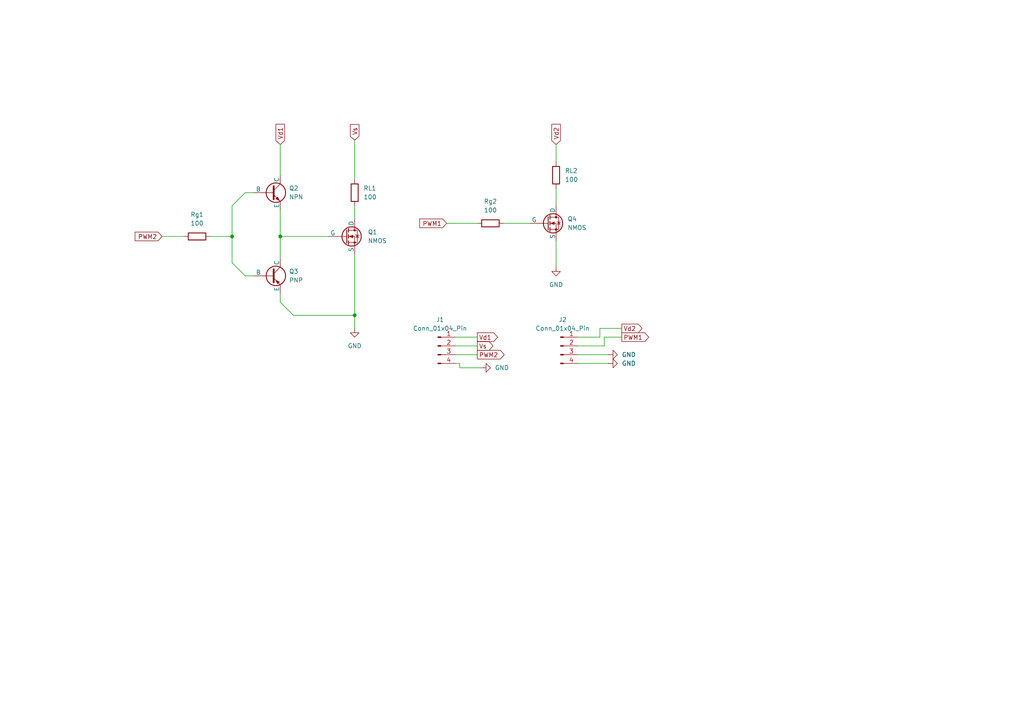
<source format=kicad_sch>
(kicad_sch
	(version 20250114)
	(generator "eeschema")
	(generator_version "9.0")
	(uuid "cd6cc265-b15c-4f30-84d1-fdbca4a9c063")
	(paper "A4")
	(lib_symbols
		(symbol "Connector:Conn_01x04_Pin"
			(pin_names
				(offset 1.016)
				(hide yes)
			)
			(exclude_from_sim no)
			(in_bom yes)
			(on_board yes)
			(property "Reference" "J"
				(at 0 5.08 0)
				(effects
					(font
						(size 1.27 1.27)
					)
				)
			)
			(property "Value" "Conn_01x04_Pin"
				(at 0 -7.62 0)
				(effects
					(font
						(size 1.27 1.27)
					)
				)
			)
			(property "Footprint" ""
				(at 0 0 0)
				(effects
					(font
						(size 1.27 1.27)
					)
					(hide yes)
				)
			)
			(property "Datasheet" "~"
				(at 0 0 0)
				(effects
					(font
						(size 1.27 1.27)
					)
					(hide yes)
				)
			)
			(property "Description" "Generic connector, single row, 01x04, script generated"
				(at 0 0 0)
				(effects
					(font
						(size 1.27 1.27)
					)
					(hide yes)
				)
			)
			(property "ki_locked" ""
				(at 0 0 0)
				(effects
					(font
						(size 1.27 1.27)
					)
				)
			)
			(property "ki_keywords" "connector"
				(at 0 0 0)
				(effects
					(font
						(size 1.27 1.27)
					)
					(hide yes)
				)
			)
			(property "ki_fp_filters" "Connector*:*_1x??_*"
				(at 0 0 0)
				(effects
					(font
						(size 1.27 1.27)
					)
					(hide yes)
				)
			)
			(symbol "Conn_01x04_Pin_1_1"
				(rectangle
					(start 0.8636 2.667)
					(end 0 2.413)
					(stroke
						(width 0.1524)
						(type default)
					)
					(fill
						(type outline)
					)
				)
				(rectangle
					(start 0.8636 0.127)
					(end 0 -0.127)
					(stroke
						(width 0.1524)
						(type default)
					)
					(fill
						(type outline)
					)
				)
				(rectangle
					(start 0.8636 -2.413)
					(end 0 -2.667)
					(stroke
						(width 0.1524)
						(type default)
					)
					(fill
						(type outline)
					)
				)
				(rectangle
					(start 0.8636 -4.953)
					(end 0 -5.207)
					(stroke
						(width 0.1524)
						(type default)
					)
					(fill
						(type outline)
					)
				)
				(polyline
					(pts
						(xy 1.27 2.54) (xy 0.8636 2.54)
					)
					(stroke
						(width 0.1524)
						(type default)
					)
					(fill
						(type none)
					)
				)
				(polyline
					(pts
						(xy 1.27 0) (xy 0.8636 0)
					)
					(stroke
						(width 0.1524)
						(type default)
					)
					(fill
						(type none)
					)
				)
				(polyline
					(pts
						(xy 1.27 -2.54) (xy 0.8636 -2.54)
					)
					(stroke
						(width 0.1524)
						(type default)
					)
					(fill
						(type none)
					)
				)
				(polyline
					(pts
						(xy 1.27 -5.08) (xy 0.8636 -5.08)
					)
					(stroke
						(width 0.1524)
						(type default)
					)
					(fill
						(type none)
					)
				)
				(pin passive line
					(at 5.08 2.54 180)
					(length 3.81)
					(name "Pin_1"
						(effects
							(font
								(size 1.27 1.27)
							)
						)
					)
					(number "1"
						(effects
							(font
								(size 1.27 1.27)
							)
						)
					)
				)
				(pin passive line
					(at 5.08 0 180)
					(length 3.81)
					(name "Pin_2"
						(effects
							(font
								(size 1.27 1.27)
							)
						)
					)
					(number "2"
						(effects
							(font
								(size 1.27 1.27)
							)
						)
					)
				)
				(pin passive line
					(at 5.08 -2.54 180)
					(length 3.81)
					(name "Pin_3"
						(effects
							(font
								(size 1.27 1.27)
							)
						)
					)
					(number "3"
						(effects
							(font
								(size 1.27 1.27)
							)
						)
					)
				)
				(pin passive line
					(at 5.08 -5.08 180)
					(length 3.81)
					(name "Pin_4"
						(effects
							(font
								(size 1.27 1.27)
							)
						)
					)
					(number "4"
						(effects
							(font
								(size 1.27 1.27)
							)
						)
					)
				)
			)
			(embedded_fonts no)
		)
		(symbol "Device:R"
			(pin_numbers
				(hide yes)
			)
			(pin_names
				(offset 0)
			)
			(exclude_from_sim no)
			(in_bom yes)
			(on_board yes)
			(property "Reference" "R"
				(at 2.032 0 90)
				(effects
					(font
						(size 1.27 1.27)
					)
				)
			)
			(property "Value" "R"
				(at 0 0 90)
				(effects
					(font
						(size 1.27 1.27)
					)
				)
			)
			(property "Footprint" ""
				(at -1.778 0 90)
				(effects
					(font
						(size 1.27 1.27)
					)
					(hide yes)
				)
			)
			(property "Datasheet" "~"
				(at 0 0 0)
				(effects
					(font
						(size 1.27 1.27)
					)
					(hide yes)
				)
			)
			(property "Description" "Resistor"
				(at 0 0 0)
				(effects
					(font
						(size 1.27 1.27)
					)
					(hide yes)
				)
			)
			(property "ki_keywords" "R res resistor"
				(at 0 0 0)
				(effects
					(font
						(size 1.27 1.27)
					)
					(hide yes)
				)
			)
			(property "ki_fp_filters" "R_*"
				(at 0 0 0)
				(effects
					(font
						(size 1.27 1.27)
					)
					(hide yes)
				)
			)
			(symbol "R_0_1"
				(rectangle
					(start -1.016 -2.54)
					(end 1.016 2.54)
					(stroke
						(width 0.254)
						(type default)
					)
					(fill
						(type none)
					)
				)
			)
			(symbol "R_1_1"
				(pin passive line
					(at 0 3.81 270)
					(length 1.27)
					(name "~"
						(effects
							(font
								(size 1.27 1.27)
							)
						)
					)
					(number "1"
						(effects
							(font
								(size 1.27 1.27)
							)
						)
					)
				)
				(pin passive line
					(at 0 -3.81 90)
					(length 1.27)
					(name "~"
						(effects
							(font
								(size 1.27 1.27)
							)
						)
					)
					(number "2"
						(effects
							(font
								(size 1.27 1.27)
							)
						)
					)
				)
			)
			(embedded_fonts no)
		)
		(symbol "Simulation_SPICE:NMOS"
			(pin_numbers
				(hide yes)
			)
			(pin_names
				(offset 0)
			)
			(exclude_from_sim no)
			(in_bom yes)
			(on_board yes)
			(property "Reference" "Q"
				(at 5.08 1.27 0)
				(effects
					(font
						(size 1.27 1.27)
					)
					(justify left)
				)
			)
			(property "Value" "NMOS"
				(at 5.08 -1.27 0)
				(effects
					(font
						(size 1.27 1.27)
					)
					(justify left)
				)
			)
			(property "Footprint" ""
				(at 5.08 2.54 0)
				(effects
					(font
						(size 1.27 1.27)
					)
					(hide yes)
				)
			)
			(property "Datasheet" "https://ngspice.sourceforge.io/docs/ngspice-html-manual/manual.xhtml#cha_MOSFETs"
				(at 0 -12.7 0)
				(effects
					(font
						(size 1.27 1.27)
					)
					(hide yes)
				)
			)
			(property "Description" "N-MOSFET transistor, drain/source/gate"
				(at 0 0 0)
				(effects
					(font
						(size 1.27 1.27)
					)
					(hide yes)
				)
			)
			(property "Sim.Device" "NMOS"
				(at 0 -17.145 0)
				(effects
					(font
						(size 1.27 1.27)
					)
					(hide yes)
				)
			)
			(property "Sim.Type" "VDMOS"
				(at 0 -19.05 0)
				(effects
					(font
						(size 1.27 1.27)
					)
					(hide yes)
				)
			)
			(property "Sim.Pins" "1=D 2=G 3=S"
				(at 0 -15.24 0)
				(effects
					(font
						(size 1.27 1.27)
					)
					(hide yes)
				)
			)
			(property "ki_keywords" "transistor NMOS N-MOS N-MOSFET simulation"
				(at 0 0 0)
				(effects
					(font
						(size 1.27 1.27)
					)
					(hide yes)
				)
			)
			(symbol "NMOS_0_1"
				(polyline
					(pts
						(xy 0.254 1.905) (xy 0.254 -1.905)
					)
					(stroke
						(width 0.254)
						(type default)
					)
					(fill
						(type none)
					)
				)
				(polyline
					(pts
						(xy 0.254 0) (xy -2.54 0)
					)
					(stroke
						(width 0)
						(type default)
					)
					(fill
						(type none)
					)
				)
				(polyline
					(pts
						(xy 0.762 2.286) (xy 0.762 1.27)
					)
					(stroke
						(width 0.254)
						(type default)
					)
					(fill
						(type none)
					)
				)
				(polyline
					(pts
						(xy 0.762 0.508) (xy 0.762 -0.508)
					)
					(stroke
						(width 0.254)
						(type default)
					)
					(fill
						(type none)
					)
				)
				(polyline
					(pts
						(xy 0.762 -1.27) (xy 0.762 -2.286)
					)
					(stroke
						(width 0.254)
						(type default)
					)
					(fill
						(type none)
					)
				)
				(polyline
					(pts
						(xy 0.762 -1.778) (xy 3.302 -1.778) (xy 3.302 1.778) (xy 0.762 1.778)
					)
					(stroke
						(width 0)
						(type default)
					)
					(fill
						(type none)
					)
				)
				(polyline
					(pts
						(xy 1.016 0) (xy 2.032 0.381) (xy 2.032 -0.381) (xy 1.016 0)
					)
					(stroke
						(width 0)
						(type default)
					)
					(fill
						(type outline)
					)
				)
				(circle
					(center 1.651 0)
					(radius 2.794)
					(stroke
						(width 0.254)
						(type default)
					)
					(fill
						(type none)
					)
				)
				(polyline
					(pts
						(xy 2.54 2.54) (xy 2.54 1.778)
					)
					(stroke
						(width 0)
						(type default)
					)
					(fill
						(type none)
					)
				)
				(circle
					(center 2.54 1.778)
					(radius 0.254)
					(stroke
						(width 0)
						(type default)
					)
					(fill
						(type outline)
					)
				)
				(circle
					(center 2.54 -1.778)
					(radius 0.254)
					(stroke
						(width 0)
						(type default)
					)
					(fill
						(type outline)
					)
				)
				(polyline
					(pts
						(xy 2.54 -2.54) (xy 2.54 0) (xy 0.762 0)
					)
					(stroke
						(width 0)
						(type default)
					)
					(fill
						(type none)
					)
				)
				(polyline
					(pts
						(xy 2.794 0.508) (xy 2.921 0.381) (xy 3.683 0.381) (xy 3.81 0.254)
					)
					(stroke
						(width 0)
						(type default)
					)
					(fill
						(type none)
					)
				)
				(polyline
					(pts
						(xy 3.302 0.381) (xy 2.921 -0.254) (xy 3.683 -0.254) (xy 3.302 0.381)
					)
					(stroke
						(width 0)
						(type default)
					)
					(fill
						(type none)
					)
				)
			)
			(symbol "NMOS_1_1"
				(pin input line
					(at -5.08 0 0)
					(length 2.54)
					(name "G"
						(effects
							(font
								(size 1.27 1.27)
							)
						)
					)
					(number "2"
						(effects
							(font
								(size 1.27 1.27)
							)
						)
					)
				)
				(pin passive line
					(at 2.54 5.08 270)
					(length 2.54)
					(name "D"
						(effects
							(font
								(size 1.27 1.27)
							)
						)
					)
					(number "1"
						(effects
							(font
								(size 1.27 1.27)
							)
						)
					)
				)
				(pin passive line
					(at 2.54 -5.08 90)
					(length 2.54)
					(name "S"
						(effects
							(font
								(size 1.27 1.27)
							)
						)
					)
					(number "3"
						(effects
							(font
								(size 1.27 1.27)
							)
						)
					)
				)
			)
			(embedded_fonts no)
		)
		(symbol "Simulation_SPICE:NPN"
			(pin_numbers
				(hide yes)
			)
			(pin_names
				(offset 0)
			)
			(exclude_from_sim no)
			(in_bom yes)
			(on_board yes)
			(property "Reference" "Q"
				(at -2.54 7.62 0)
				(effects
					(font
						(size 1.27 1.27)
					)
				)
			)
			(property "Value" "NPN"
				(at -2.54 5.08 0)
				(effects
					(font
						(size 1.27 1.27)
					)
				)
			)
			(property "Footprint" ""
				(at 63.5 0 0)
				(effects
					(font
						(size 1.27 1.27)
					)
					(hide yes)
				)
			)
			(property "Datasheet" "https://ngspice.sourceforge.io/docs/ngspice-html-manual/manual.xhtml#cha_BJTs"
				(at 63.5 0 0)
				(effects
					(font
						(size 1.27 1.27)
					)
					(hide yes)
				)
			)
			(property "Description" "Bipolar transistor symbol for simulation only, substrate tied to the emitter"
				(at 0 0 0)
				(effects
					(font
						(size 1.27 1.27)
					)
					(hide yes)
				)
			)
			(property "Sim.Device" "NPN"
				(at 0 0 0)
				(effects
					(font
						(size 1.27 1.27)
					)
					(hide yes)
				)
			)
			(property "Sim.Type" "GUMMELPOON"
				(at 0 0 0)
				(effects
					(font
						(size 1.27 1.27)
					)
					(hide yes)
				)
			)
			(property "Sim.Pins" "1=C 2=B 3=E"
				(at 0 0 0)
				(effects
					(font
						(size 1.27 1.27)
					)
					(hide yes)
				)
			)
			(property "ki_keywords" "simulation"
				(at 0 0 0)
				(effects
					(font
						(size 1.27 1.27)
					)
					(hide yes)
				)
			)
			(symbol "NPN_0_1"
				(polyline
					(pts
						(xy -2.54 0) (xy 0.635 0)
					)
					(stroke
						(width 0.1524)
						(type default)
					)
					(fill
						(type none)
					)
				)
				(polyline
					(pts
						(xy 0.635 1.905) (xy 0.635 -1.905) (xy 0.635 -1.905)
					)
					(stroke
						(width 0.508)
						(type default)
					)
					(fill
						(type none)
					)
				)
				(polyline
					(pts
						(xy 0.635 0.635) (xy 2.54 2.54)
					)
					(stroke
						(width 0)
						(type default)
					)
					(fill
						(type none)
					)
				)
				(polyline
					(pts
						(xy 0.635 -0.635) (xy 2.54 -2.54) (xy 2.54 -2.54)
					)
					(stroke
						(width 0)
						(type default)
					)
					(fill
						(type none)
					)
				)
				(circle
					(center 1.27 0)
					(radius 2.8194)
					(stroke
						(width 0.254)
						(type default)
					)
					(fill
						(type none)
					)
				)
				(polyline
					(pts
						(xy 1.27 -1.778) (xy 1.778 -1.27) (xy 2.286 -2.286) (xy 1.27 -1.778) (xy 1.27 -1.778)
					)
					(stroke
						(width 0)
						(type default)
					)
					(fill
						(type outline)
					)
				)
				(polyline
					(pts
						(xy 2.794 -1.27) (xy 2.794 -1.27)
					)
					(stroke
						(width 0.1524)
						(type default)
					)
					(fill
						(type none)
					)
				)
				(polyline
					(pts
						(xy 2.794 -1.27) (xy 2.794 -1.27)
					)
					(stroke
						(width 0.1524)
						(type default)
					)
					(fill
						(type none)
					)
				)
			)
			(symbol "NPN_1_1"
				(pin input line
					(at -5.08 0 0)
					(length 2.54)
					(name "B"
						(effects
							(font
								(size 1.27 1.27)
							)
						)
					)
					(number "2"
						(effects
							(font
								(size 1.27 1.27)
							)
						)
					)
				)
				(pin open_collector line
					(at 2.54 5.08 270)
					(length 2.54)
					(name "C"
						(effects
							(font
								(size 1.27 1.27)
							)
						)
					)
					(number "1"
						(effects
							(font
								(size 1.27 1.27)
							)
						)
					)
				)
				(pin open_emitter line
					(at 2.54 -5.08 90)
					(length 2.54)
					(name "E"
						(effects
							(font
								(size 1.27 1.27)
							)
						)
					)
					(number "3"
						(effects
							(font
								(size 1.27 1.27)
							)
						)
					)
				)
			)
			(embedded_fonts no)
		)
		(symbol "Simulation_SPICE:PNP"
			(pin_numbers
				(hide yes)
			)
			(pin_names
				(offset 0)
			)
			(exclude_from_sim no)
			(in_bom yes)
			(on_board yes)
			(property "Reference" "Q"
				(at -2.54 7.62 0)
				(effects
					(font
						(size 1.27 1.27)
					)
				)
			)
			(property "Value" "PNP"
				(at -2.54 5.08 0)
				(effects
					(font
						(size 1.27 1.27)
					)
				)
			)
			(property "Footprint" ""
				(at 35.56 0 0)
				(effects
					(font
						(size 1.27 1.27)
					)
					(hide yes)
				)
			)
			(property "Datasheet" "https://ngspice.sourceforge.io/docs/ngspice-html-manual/manual.xhtml#cha_BJTs"
				(at 35.56 0 0)
				(effects
					(font
						(size 1.27 1.27)
					)
					(hide yes)
				)
			)
			(property "Description" "Bipolar transistor symbol for simulation only, substrate tied to the emitter"
				(at 0 0 0)
				(effects
					(font
						(size 1.27 1.27)
					)
					(hide yes)
				)
			)
			(property "Sim.Device" "PNP"
				(at 0 0 0)
				(effects
					(font
						(size 1.27 1.27)
					)
					(hide yes)
				)
			)
			(property "Sim.Type" "GUMMELPOON"
				(at 0 0 0)
				(effects
					(font
						(size 1.27 1.27)
					)
					(hide yes)
				)
			)
			(property "Sim.Pins" "1=C 2=B 3=E"
				(at 0 0 0)
				(effects
					(font
						(size 1.27 1.27)
					)
					(hide yes)
				)
			)
			(property "ki_keywords" "simulation"
				(at 0 0 0)
				(effects
					(font
						(size 1.27 1.27)
					)
					(hide yes)
				)
			)
			(symbol "PNP_0_1"
				(polyline
					(pts
						(xy -2.54 0) (xy 0.635 0)
					)
					(stroke
						(width 0.1524)
						(type default)
					)
					(fill
						(type none)
					)
				)
				(polyline
					(pts
						(xy 0.635 1.905) (xy 0.635 -1.905) (xy 0.635 -1.905)
					)
					(stroke
						(width 0.508)
						(type default)
					)
					(fill
						(type none)
					)
				)
				(polyline
					(pts
						(xy 0.635 0.635) (xy 2.54 2.54)
					)
					(stroke
						(width 0)
						(type default)
					)
					(fill
						(type none)
					)
				)
				(polyline
					(pts
						(xy 0.635 -0.635) (xy 2.54 -2.54) (xy 2.54 -2.54)
					)
					(stroke
						(width 0)
						(type default)
					)
					(fill
						(type none)
					)
				)
				(circle
					(center 1.27 0)
					(radius 2.8194)
					(stroke
						(width 0.254)
						(type default)
					)
					(fill
						(type none)
					)
				)
				(polyline
					(pts
						(xy 2.286 -1.778) (xy 1.778 -2.286) (xy 1.27 -1.27) (xy 2.286 -1.778) (xy 2.286 -1.778)
					)
					(stroke
						(width 0)
						(type default)
					)
					(fill
						(type outline)
					)
				)
			)
			(symbol "PNP_1_1"
				(pin input line
					(at -5.08 0 0)
					(length 2.54)
					(name "B"
						(effects
							(font
								(size 1.27 1.27)
							)
						)
					)
					(number "2"
						(effects
							(font
								(size 1.27 1.27)
							)
						)
					)
				)
				(pin open_collector line
					(at 2.54 5.08 270)
					(length 2.54)
					(name "C"
						(effects
							(font
								(size 1.27 1.27)
							)
						)
					)
					(number "1"
						(effects
							(font
								(size 1.27 1.27)
							)
						)
					)
				)
				(pin open_emitter line
					(at 2.54 -5.08 90)
					(length 2.54)
					(name "E"
						(effects
							(font
								(size 1.27 1.27)
							)
						)
					)
					(number "3"
						(effects
							(font
								(size 1.27 1.27)
							)
						)
					)
				)
			)
			(embedded_fonts no)
		)
		(symbol "power:GND"
			(power)
			(pin_numbers
				(hide yes)
			)
			(pin_names
				(offset 0)
				(hide yes)
			)
			(exclude_from_sim no)
			(in_bom yes)
			(on_board yes)
			(property "Reference" "#PWR"
				(at 0 -6.35 0)
				(effects
					(font
						(size 1.27 1.27)
					)
					(hide yes)
				)
			)
			(property "Value" "GND"
				(at 0 -3.81 0)
				(effects
					(font
						(size 1.27 1.27)
					)
				)
			)
			(property "Footprint" ""
				(at 0 0 0)
				(effects
					(font
						(size 1.27 1.27)
					)
					(hide yes)
				)
			)
			(property "Datasheet" ""
				(at 0 0 0)
				(effects
					(font
						(size 1.27 1.27)
					)
					(hide yes)
				)
			)
			(property "Description" "Power symbol creates a global label with name \"GND\" , ground"
				(at 0 0 0)
				(effects
					(font
						(size 1.27 1.27)
					)
					(hide yes)
				)
			)
			(property "ki_keywords" "global power"
				(at 0 0 0)
				(effects
					(font
						(size 1.27 1.27)
					)
					(hide yes)
				)
			)
			(symbol "GND_0_1"
				(polyline
					(pts
						(xy 0 0) (xy 0 -1.27) (xy 1.27 -1.27) (xy 0 -2.54) (xy -1.27 -1.27) (xy 0 -1.27)
					)
					(stroke
						(width 0)
						(type default)
					)
					(fill
						(type none)
					)
				)
			)
			(symbol "GND_1_1"
				(pin power_in line
					(at 0 0 270)
					(length 0)
					(name "~"
						(effects
							(font
								(size 1.27 1.27)
							)
						)
					)
					(number "1"
						(effects
							(font
								(size 1.27 1.27)
							)
						)
					)
				)
			)
			(embedded_fonts no)
		)
	)
	(junction
		(at 81.28 68.58)
		(diameter 0)
		(color 0 0 0 0)
		(uuid "4b86c2e4-7140-4dcd-b7b1-6864a571d663")
	)
	(junction
		(at 102.87 91.44)
		(diameter 0)
		(color 0 0 0 0)
		(uuid "bd56f6d6-39dc-4cf0-922e-8258adfb87ef")
	)
	(junction
		(at 67.31 68.58)
		(diameter 0)
		(color 0 0 0 0)
		(uuid "f8a9b00d-3fba-4814-b1b0-01b3099578fc")
	)
	(wire
		(pts
			(xy 46.99 68.58) (xy 53.34 68.58)
		)
		(stroke
			(width 0)
			(type default)
		)
		(uuid "05f760df-37f4-4c80-96d0-8c35b8598c23")
	)
	(wire
		(pts
			(xy 81.28 41.91) (xy 81.28 50.8)
		)
		(stroke
			(width 0)
			(type default)
		)
		(uuid "0b8cb8df-e73e-4dfa-989d-500b9ed61ae9")
	)
	(wire
		(pts
			(xy 71.12 55.88) (xy 67.31 59.69)
		)
		(stroke
			(width 0)
			(type default)
		)
		(uuid "0e481ce9-3916-40b4-b0d8-07abcded2e1e")
	)
	(wire
		(pts
			(xy 176.53 105.41) (xy 167.64 105.41)
		)
		(stroke
			(width 0)
			(type default)
		)
		(uuid "1109c154-7608-4cf6-909d-716b94afcf8a")
	)
	(wire
		(pts
			(xy 161.29 41.91) (xy 161.29 46.99)
		)
		(stroke
			(width 0)
			(type default)
		)
		(uuid "1cfd0e74-7320-42ab-944a-bce9301b3e6c")
	)
	(wire
		(pts
			(xy 60.96 68.58) (xy 67.31 68.58)
		)
		(stroke
			(width 0)
			(type default)
		)
		(uuid "1dbf17d5-98b0-4fbc-9467-a6b856fa0087")
	)
	(wire
		(pts
			(xy 138.43 97.79) (xy 132.08 97.79)
		)
		(stroke
			(width 0)
			(type default)
		)
		(uuid "1e2f3882-e757-48f7-9805-8da554199738")
	)
	(wire
		(pts
			(xy 139.7 106.68) (xy 133.35 106.68)
		)
		(stroke
			(width 0)
			(type default)
		)
		(uuid "2b25471d-0a79-4281-a96e-78e6d07478f6")
	)
	(wire
		(pts
			(xy 73.66 55.88) (xy 71.12 55.88)
		)
		(stroke
			(width 0)
			(type default)
		)
		(uuid "2ea003ba-fff4-4819-b7f0-49610db45434")
	)
	(wire
		(pts
			(xy 161.29 54.61) (xy 161.29 59.69)
		)
		(stroke
			(width 0)
			(type default)
		)
		(uuid "3426927f-f306-4e9d-9b0e-6237fbaf6923")
	)
	(wire
		(pts
			(xy 81.28 87.63) (xy 85.09 91.44)
		)
		(stroke
			(width 0)
			(type default)
		)
		(uuid "374b6e10-6d39-4382-9ac1-7069a6a4ad60")
	)
	(wire
		(pts
			(xy 173.99 97.79) (xy 167.64 97.79)
		)
		(stroke
			(width 0)
			(type default)
		)
		(uuid "3d0b0576-bbde-4818-a750-5794903be9aa")
	)
	(wire
		(pts
			(xy 180.34 95.25) (xy 173.99 95.25)
		)
		(stroke
			(width 0)
			(type default)
		)
		(uuid "41a69e74-5340-4b49-b7b2-eb6e2ec6b09e")
	)
	(wire
		(pts
			(xy 81.28 85.09) (xy 81.28 87.63)
		)
		(stroke
			(width 0)
			(type default)
		)
		(uuid "45b05f48-aab1-4fa8-894d-a9aa7bd6c5ea")
	)
	(wire
		(pts
			(xy 173.99 95.25) (xy 173.99 97.79)
		)
		(stroke
			(width 0)
			(type default)
		)
		(uuid "5b088d67-32bf-49b6-9843-65ac170b4e8b")
	)
	(wire
		(pts
			(xy 146.05 64.77) (xy 153.67 64.77)
		)
		(stroke
			(width 0)
			(type default)
		)
		(uuid "6513d823-652e-461e-8370-9d302beb436c")
	)
	(wire
		(pts
			(xy 102.87 40.64) (xy 102.87 52.07)
		)
		(stroke
			(width 0)
			(type default)
		)
		(uuid "68918357-93c2-43a7-9460-d73bca4fafee")
	)
	(wire
		(pts
			(xy 85.09 91.44) (xy 102.87 91.44)
		)
		(stroke
			(width 0)
			(type default)
		)
		(uuid "699ee646-977e-437e-a3fa-86ec7e04c9f7")
	)
	(wire
		(pts
			(xy 71.12 80.01) (xy 73.66 80.01)
		)
		(stroke
			(width 0)
			(type default)
		)
		(uuid "703d766b-5d33-42ad-aac2-9b24d1becc5c")
	)
	(wire
		(pts
			(xy 175.26 100.33) (xy 167.64 100.33)
		)
		(stroke
			(width 0)
			(type default)
		)
		(uuid "787dd409-87fd-4ec3-b3f6-5042ced0a1dc")
	)
	(wire
		(pts
			(xy 67.31 76.2) (xy 71.12 80.01)
		)
		(stroke
			(width 0)
			(type default)
		)
		(uuid "7a5023a7-bae6-4dbc-b11b-66057fb8df59")
	)
	(wire
		(pts
			(xy 129.54 64.77) (xy 138.43 64.77)
		)
		(stroke
			(width 0)
			(type default)
		)
		(uuid "7a5804bf-189f-4cd3-8435-682e7a1786d5")
	)
	(wire
		(pts
			(xy 180.34 97.79) (xy 175.26 97.79)
		)
		(stroke
			(width 0)
			(type default)
		)
		(uuid "7b6dcfb7-79c1-474e-a51b-db60df243b55")
	)
	(wire
		(pts
			(xy 138.43 100.33) (xy 132.08 100.33)
		)
		(stroke
			(width 0)
			(type default)
		)
		(uuid "7f70cd3d-e6f2-48a3-986f-16f6327e146d")
	)
	(wire
		(pts
			(xy 176.53 102.87) (xy 167.64 102.87)
		)
		(stroke
			(width 0)
			(type default)
		)
		(uuid "81270345-3315-4bbe-b5f4-686e52b6d64c")
	)
	(wire
		(pts
			(xy 81.28 68.58) (xy 81.28 74.93)
		)
		(stroke
			(width 0)
			(type default)
		)
		(uuid "83500ba5-d573-4c6c-8458-d5dde8e7923f")
	)
	(wire
		(pts
			(xy 102.87 91.44) (xy 102.87 95.25)
		)
		(stroke
			(width 0)
			(type default)
		)
		(uuid "97d10ff2-418e-44f4-8627-511dca0defae")
	)
	(wire
		(pts
			(xy 161.29 69.85) (xy 161.29 77.47)
		)
		(stroke
			(width 0)
			(type default)
		)
		(uuid "a12740d0-fd54-43b4-a1b1-f33b54513da7")
	)
	(wire
		(pts
			(xy 175.26 97.79) (xy 175.26 100.33)
		)
		(stroke
			(width 0)
			(type default)
		)
		(uuid "a24e6f07-37a4-4df3-9617-683db4488b1f")
	)
	(wire
		(pts
			(xy 133.35 105.41) (xy 132.08 105.41)
		)
		(stroke
			(width 0)
			(type default)
		)
		(uuid "a8a4d6bc-8085-4722-8f28-c01ac2eb4eaa")
	)
	(wire
		(pts
			(xy 102.87 73.66) (xy 102.87 91.44)
		)
		(stroke
			(width 0)
			(type default)
		)
		(uuid "ab4c43b3-2d59-4bae-8241-8fa231c8bcff")
	)
	(wire
		(pts
			(xy 102.87 59.69) (xy 102.87 63.5)
		)
		(stroke
			(width 0)
			(type default)
		)
		(uuid "be6f53b2-4384-4c0a-8693-350eade71dce")
	)
	(wire
		(pts
			(xy 67.31 68.58) (xy 67.31 76.2)
		)
		(stroke
			(width 0)
			(type default)
		)
		(uuid "c574c0e9-d617-46cd-b0a0-87c666f93076")
	)
	(wire
		(pts
			(xy 81.28 60.96) (xy 81.28 68.58)
		)
		(stroke
			(width 0)
			(type default)
		)
		(uuid "d7981062-9e5f-4428-b9aa-6af68b97b1a2")
	)
	(wire
		(pts
			(xy 67.31 59.69) (xy 67.31 68.58)
		)
		(stroke
			(width 0)
			(type default)
		)
		(uuid "de705ddf-52af-45ca-a063-bb3248778d2a")
	)
	(wire
		(pts
			(xy 133.35 106.68) (xy 133.35 105.41)
		)
		(stroke
			(width 0)
			(type default)
		)
		(uuid "e76b9349-924d-420f-bbe3-d484b660e4e0")
	)
	(wire
		(pts
			(xy 81.28 68.58) (xy 95.25 68.58)
		)
		(stroke
			(width 0)
			(type default)
		)
		(uuid "ea2f34df-d07b-4cad-b1db-e0046410c853")
	)
	(wire
		(pts
			(xy 138.43 102.87) (xy 132.08 102.87)
		)
		(stroke
			(width 0)
			(type default)
		)
		(uuid "f855d7a2-d05b-446f-b94a-44faed754924")
	)
	(global_label "PWM2"
		(shape output)
		(at 138.43 102.87 0)
		(fields_autoplaced yes)
		(effects
			(font
				(size 1.27 1.27)
			)
			(justify left)
		)
		(uuid "1d2b9a66-7cdc-43ee-a0a7-41ed8b23589b")
		(property "Intersheetrefs" "${INTERSHEET_REFS}"
			(at 146.7975 102.87 0)
			(effects
				(font
					(size 1.27 1.27)
				)
				(justify left)
				(hide yes)
			)
		)
	)
	(global_label "Vd1"
		(shape input)
		(at 81.28 41.91 90)
		(fields_autoplaced yes)
		(effects
			(font
				(size 1.27 1.27)
			)
			(justify left)
		)
		(uuid "320b6f97-1129-49a2-be5e-d73d0725e3d3")
		(property "Intersheetrefs" "${INTERSHEET_REFS}"
			(at 81.28 35.4777 90)
			(effects
				(font
					(size 1.27 1.27)
				)
				(justify left)
				(hide yes)
			)
		)
	)
	(global_label "Vd2"
		(shape output)
		(at 180.34 95.25 0)
		(fields_autoplaced yes)
		(effects
			(font
				(size 1.27 1.27)
			)
			(justify left)
		)
		(uuid "4865f835-d868-4c21-ab55-534a5f5c15e5")
		(property "Intersheetrefs" "${INTERSHEET_REFS}"
			(at 186.7723 95.25 0)
			(effects
				(font
					(size 1.27 1.27)
				)
				(justify left)
				(hide yes)
			)
		)
	)
	(global_label "Vd1"
		(shape output)
		(at 138.43 97.79 0)
		(fields_autoplaced yes)
		(effects
			(font
				(size 1.27 1.27)
			)
			(justify left)
		)
		(uuid "4c3e89e4-0f3e-4a21-8ce6-05cc2a562f15")
		(property "Intersheetrefs" "${INTERSHEET_REFS}"
			(at 144.8623 97.79 0)
			(effects
				(font
					(size 1.27 1.27)
				)
				(justify left)
				(hide yes)
			)
		)
	)
	(global_label "PWM1"
		(shape output)
		(at 180.34 97.79 0)
		(fields_autoplaced yes)
		(effects
			(font
				(size 1.27 1.27)
			)
			(justify left)
		)
		(uuid "656a0c3d-54eb-41d3-943a-ad557887696a")
		(property "Intersheetrefs" "${INTERSHEET_REFS}"
			(at 188.7075 97.79 0)
			(effects
				(font
					(size 1.27 1.27)
				)
				(justify left)
				(hide yes)
			)
		)
	)
	(global_label "Vd2"
		(shape input)
		(at 161.29 41.91 90)
		(fields_autoplaced yes)
		(effects
			(font
				(size 1.27 1.27)
			)
			(justify left)
		)
		(uuid "81d07267-5b6f-4372-a5c5-1c3f9dd8f562")
		(property "Intersheetrefs" "${INTERSHEET_REFS}"
			(at 161.29 35.4777 90)
			(effects
				(font
					(size 1.27 1.27)
				)
				(justify left)
				(hide yes)
			)
		)
	)
	(global_label "PWM2"
		(shape input)
		(at 46.99 68.58 180)
		(fields_autoplaced yes)
		(effects
			(font
				(size 1.27 1.27)
			)
			(justify right)
		)
		(uuid "82db6bb6-126f-4809-824f-34bd7d186a4b")
		(property "Intersheetrefs" "${INTERSHEET_REFS}"
			(at 38.6225 68.58 0)
			(effects
				(font
					(size 1.27 1.27)
				)
				(justify right)
				(hide yes)
			)
		)
	)
	(global_label "Vs"
		(shape output)
		(at 138.43 100.33 0)
		(fields_autoplaced yes)
		(effects
			(font
				(size 1.27 1.27)
			)
			(justify left)
		)
		(uuid "8e128869-a918-43ba-a75a-3b3276b16374")
		(property "Intersheetrefs" "${INTERSHEET_REFS}"
			(at 143.5319 100.33 0)
			(effects
				(font
					(size 1.27 1.27)
				)
				(justify left)
				(hide yes)
			)
		)
	)
	(global_label "PWM1"
		(shape input)
		(at 129.54 64.77 180)
		(fields_autoplaced yes)
		(effects
			(font
				(size 1.27 1.27)
			)
			(justify right)
		)
		(uuid "f718ce25-3c41-4dee-b95b-585170583ad8")
		(property "Intersheetrefs" "${INTERSHEET_REFS}"
			(at 121.1725 64.77 0)
			(effects
				(font
					(size 1.27 1.27)
				)
				(justify right)
				(hide yes)
			)
		)
	)
	(global_label "Vs"
		(shape input)
		(at 102.87 40.64 90)
		(fields_autoplaced yes)
		(effects
			(font
				(size 1.27 1.27)
			)
			(justify left)
		)
		(uuid "fb5cb537-653c-4a34-8064-6769d984dce5")
		(property "Intersheetrefs" "${INTERSHEET_REFS}"
			(at 102.87 35.5381 90)
			(effects
				(font
					(size 1.27 1.27)
				)
				(justify left)
				(hide yes)
			)
		)
	)
	(symbol
		(lib_id "power:GND")
		(at 102.87 95.25 0)
		(unit 1)
		(exclude_from_sim no)
		(in_bom yes)
		(on_board yes)
		(dnp no)
		(fields_autoplaced yes)
		(uuid "069b08cc-f445-409a-9cfe-68d2a2cd13cd")
		(property "Reference" "#PWR02"
			(at 102.87 101.6 0)
			(effects
				(font
					(size 1.27 1.27)
				)
				(hide yes)
			)
		)
		(property "Value" "GND"
			(at 102.87 100.33 0)
			(effects
				(font
					(size 1.27 1.27)
				)
			)
		)
		(property "Footprint" ""
			(at 102.87 95.25 0)
			(effects
				(font
					(size 1.27 1.27)
				)
				(hide yes)
			)
		)
		(property "Datasheet" ""
			(at 102.87 95.25 0)
			(effects
				(font
					(size 1.27 1.27)
				)
				(hide yes)
			)
		)
		(property "Description" "Power symbol creates a global label with name \"GND\" , ground"
			(at 102.87 95.25 0)
			(effects
				(font
					(size 1.27 1.27)
				)
				(hide yes)
			)
		)
		(pin "1"
			(uuid "62bb48fa-9f2a-4f6b-9ffc-a6de4455e6d6")
		)
		(instances
			(project ""
				(path "/cd6cc265-b15c-4f30-84d1-fdbca4a9c063"
					(reference "#PWR02")
					(unit 1)
				)
			)
		)
	)
	(symbol
		(lib_id "Device:R")
		(at 57.15 68.58 90)
		(unit 1)
		(exclude_from_sim no)
		(in_bom yes)
		(on_board yes)
		(dnp no)
		(fields_autoplaced yes)
		(uuid "37c6120a-db9a-48be-a872-abad0bdf6651")
		(property "Reference" "Rg1"
			(at 57.15 62.23 90)
			(effects
				(font
					(size 1.27 1.27)
				)
			)
		)
		(property "Value" "100"
			(at 57.15 64.77 90)
			(effects
				(font
					(size 1.27 1.27)
				)
			)
		)
		(property "Footprint" "Resistor_THT:R_Axial_DIN0207_L6.3mm_D2.5mm_P7.62mm_Horizontal"
			(at 57.15 70.358 90)
			(effects
				(font
					(size 1.27 1.27)
				)
				(hide yes)
			)
		)
		(property "Datasheet" "~"
			(at 57.15 68.58 0)
			(effects
				(font
					(size 1.27 1.27)
				)
				(hide yes)
			)
		)
		(property "Description" "Resistor"
			(at 57.15 68.58 0)
			(effects
				(font
					(size 1.27 1.27)
				)
				(hide yes)
			)
		)
		(pin "2"
			(uuid "67b020da-3d44-4700-90be-19cc78a4eb13")
		)
		(pin "1"
			(uuid "145ba8f9-b8e9-4421-b401-073185fc681d")
		)
		(instances
			(project ""
				(path "/cd6cc265-b15c-4f30-84d1-fdbca4a9c063"
					(reference "Rg1")
					(unit 1)
				)
			)
		)
	)
	(symbol
		(lib_id "power:GND")
		(at 161.29 77.47 0)
		(unit 1)
		(exclude_from_sim no)
		(in_bom yes)
		(on_board yes)
		(dnp no)
		(fields_autoplaced yes)
		(uuid "6864fdd7-b1d3-4bba-af67-fab2df45681c")
		(property "Reference" "#PWR03"
			(at 161.29 83.82 0)
			(effects
				(font
					(size 1.27 1.27)
				)
				(hide yes)
			)
		)
		(property "Value" "GND"
			(at 161.29 82.55 0)
			(effects
				(font
					(size 1.27 1.27)
				)
			)
		)
		(property "Footprint" ""
			(at 161.29 77.47 0)
			(effects
				(font
					(size 1.27 1.27)
				)
				(hide yes)
			)
		)
		(property "Datasheet" ""
			(at 161.29 77.47 0)
			(effects
				(font
					(size 1.27 1.27)
				)
				(hide yes)
			)
		)
		(property "Description" "Power symbol creates a global label with name \"GND\" , ground"
			(at 161.29 77.47 0)
			(effects
				(font
					(size 1.27 1.27)
				)
				(hide yes)
			)
		)
		(pin "1"
			(uuid "54883fcd-aad5-4b1a-8e5d-e19996339921")
		)
		(instances
			(project ""
				(path "/cd6cc265-b15c-4f30-84d1-fdbca4a9c063"
					(reference "#PWR03")
					(unit 1)
				)
			)
		)
	)
	(symbol
		(lib_id "Device:R")
		(at 142.24 64.77 90)
		(unit 1)
		(exclude_from_sim no)
		(in_bom yes)
		(on_board yes)
		(dnp no)
		(fields_autoplaced yes)
		(uuid "6958f125-dfeb-47c4-a8bf-37b2899b672e")
		(property "Reference" "Rg2"
			(at 142.24 58.42 90)
			(effects
				(font
					(size 1.27 1.27)
				)
			)
		)
		(property "Value" "100"
			(at 142.24 60.96 90)
			(effects
				(font
					(size 1.27 1.27)
				)
			)
		)
		(property "Footprint" "Resistor_THT:R_Axial_DIN0207_L6.3mm_D2.5mm_P7.62mm_Horizontal"
			(at 142.24 66.548 90)
			(effects
				(font
					(size 1.27 1.27)
				)
				(hide yes)
			)
		)
		(property "Datasheet" "~"
			(at 142.24 64.77 0)
			(effects
				(font
					(size 1.27 1.27)
				)
				(hide yes)
			)
		)
		(property "Description" "Resistor"
			(at 142.24 64.77 0)
			(effects
				(font
					(size 1.27 1.27)
				)
				(hide yes)
			)
		)
		(pin "1"
			(uuid "c6dcc8f4-a01f-4ac1-bce3-e7132f30e883")
		)
		(pin "2"
			(uuid "b8a25f15-4262-4cc6-ac02-cbabf98666a3")
		)
		(instances
			(project ""
				(path "/cd6cc265-b15c-4f30-84d1-fdbca4a9c063"
					(reference "Rg2")
					(unit 1)
				)
			)
		)
	)
	(symbol
		(lib_id "Simulation_SPICE:NMOS")
		(at 100.33 68.58 0)
		(unit 1)
		(exclude_from_sim no)
		(in_bom yes)
		(on_board yes)
		(dnp no)
		(fields_autoplaced yes)
		(uuid "6aa54af0-a748-4bb5-8269-502a2bf9e23f")
		(property "Reference" "Q1"
			(at 106.68 67.3099 0)
			(effects
				(font
					(size 1.27 1.27)
				)
				(justify left)
			)
		)
		(property "Value" "NMOS"
			(at 106.68 69.8499 0)
			(effects
				(font
					(size 1.27 1.27)
				)
				(justify left)
			)
		)
		(property "Footprint" "Package_TO_SOT_THT:TO-247-3_Horizontal_TabUp"
			(at 105.41 66.04 0)
			(effects
				(font
					(size 1.27 1.27)
				)
				(hide yes)
			)
		)
		(property "Datasheet" "https://ngspice.sourceforge.io/docs/ngspice-html-manual/manual.xhtml#cha_MOSFETs"
			(at 100.33 81.28 0)
			(effects
				(font
					(size 1.27 1.27)
				)
				(hide yes)
			)
		)
		(property "Description" "N-MOSFET transistor, drain/source/gate"
			(at 100.33 68.58 0)
			(effects
				(font
					(size 1.27 1.27)
				)
				(hide yes)
			)
		)
		(property "Sim.Device" "NMOS"
			(at 100.33 85.725 0)
			(effects
				(font
					(size 1.27 1.27)
				)
				(hide yes)
			)
		)
		(property "Sim.Type" "VDMOS"
			(at 100.33 87.63 0)
			(effects
				(font
					(size 1.27 1.27)
				)
				(hide yes)
			)
		)
		(property "Sim.Pins" "1=D 2=G 3=S"
			(at 100.33 83.82 0)
			(effects
				(font
					(size 1.27 1.27)
				)
				(hide yes)
			)
		)
		(pin "2"
			(uuid "422a93d6-0ca8-48c8-9e6f-7528c96753cb")
		)
		(pin "3"
			(uuid "92b471c1-4048-4d87-88cd-581c24c9528d")
		)
		(pin "1"
			(uuid "cf683389-6325-489a-8209-9cee456c45f2")
		)
		(instances
			(project ""
				(path "/cd6cc265-b15c-4f30-84d1-fdbca4a9c063"
					(reference "Q1")
					(unit 1)
				)
			)
		)
	)
	(symbol
		(lib_id "power:GND")
		(at 139.7 106.68 90)
		(unit 1)
		(exclude_from_sim no)
		(in_bom yes)
		(on_board yes)
		(dnp no)
		(fields_autoplaced yes)
		(uuid "8090e6bc-7824-41a2-90d7-16c9657c4d20")
		(property "Reference" "#PWR05"
			(at 146.05 106.68 0)
			(effects
				(font
					(size 1.27 1.27)
				)
				(hide yes)
			)
		)
		(property "Value" "GND"
			(at 143.51 106.6799 90)
			(effects
				(font
					(size 1.27 1.27)
				)
				(justify right)
			)
		)
		(property "Footprint" ""
			(at 139.7 106.68 0)
			(effects
				(font
					(size 1.27 1.27)
				)
				(hide yes)
			)
		)
		(property "Datasheet" ""
			(at 139.7 106.68 0)
			(effects
				(font
					(size 1.27 1.27)
				)
				(hide yes)
			)
		)
		(property "Description" "Power symbol creates a global label with name \"GND\" , ground"
			(at 139.7 106.68 0)
			(effects
				(font
					(size 1.27 1.27)
				)
				(hide yes)
			)
		)
		(pin "1"
			(uuid "34a2300d-9db1-4f8f-b66e-163f6cd3b0fc")
		)
		(instances
			(project "PCB_UAS_ELDAY"
				(path "/cd6cc265-b15c-4f30-84d1-fdbca4a9c063"
					(reference "#PWR05")
					(unit 1)
				)
			)
		)
	)
	(symbol
		(lib_id "Simulation_SPICE:NPN")
		(at 78.74 55.88 0)
		(unit 1)
		(exclude_from_sim no)
		(in_bom yes)
		(on_board yes)
		(dnp no)
		(fields_autoplaced yes)
		(uuid "b722d45b-cf31-4c48-a378-e5898ca39735")
		(property "Reference" "Q2"
			(at 83.82 54.6099 0)
			(effects
				(font
					(size 1.27 1.27)
				)
				(justify left)
			)
		)
		(property "Value" "NPN"
			(at 83.82 57.1499 0)
			(effects
				(font
					(size 1.27 1.27)
				)
				(justify left)
			)
		)
		(property "Footprint" "Package_TO_SOT_THT:TO-92L_Inline"
			(at 142.24 55.88 0)
			(effects
				(font
					(size 1.27 1.27)
				)
				(hide yes)
			)
		)
		(property "Datasheet" "https://ngspice.sourceforge.io/docs/ngspice-html-manual/manual.xhtml#cha_BJTs"
			(at 142.24 55.88 0)
			(effects
				(font
					(size 1.27 1.27)
				)
				(hide yes)
			)
		)
		(property "Description" "Bipolar transistor symbol for simulation only, substrate tied to the emitter"
			(at 78.74 55.88 0)
			(effects
				(font
					(size 1.27 1.27)
				)
				(hide yes)
			)
		)
		(property "Sim.Device" "NPN"
			(at 78.74 55.88 0)
			(effects
				(font
					(size 1.27 1.27)
				)
				(hide yes)
			)
		)
		(property "Sim.Type" "GUMMELPOON"
			(at 78.74 55.88 0)
			(effects
				(font
					(size 1.27 1.27)
				)
				(hide yes)
			)
		)
		(property "Sim.Pins" "1=C 2=B 3=E"
			(at 78.74 55.88 0)
			(effects
				(font
					(size 1.27 1.27)
				)
				(hide yes)
			)
		)
		(pin "1"
			(uuid "77c53789-e029-42f4-aadd-a11dd7249932")
		)
		(pin "3"
			(uuid "1a673c5c-2eff-4ec2-beb4-f8e0554c10cd")
		)
		(pin "2"
			(uuid "f6aab9f8-e9fa-4dd2-bab0-dea6c047ec77")
		)
		(instances
			(project ""
				(path "/cd6cc265-b15c-4f30-84d1-fdbca4a9c063"
					(reference "Q2")
					(unit 1)
				)
			)
		)
	)
	(symbol
		(lib_id "Simulation_SPICE:NMOS")
		(at 158.75 64.77 0)
		(unit 1)
		(exclude_from_sim no)
		(in_bom yes)
		(on_board yes)
		(dnp no)
		(fields_autoplaced yes)
		(uuid "bad78749-5bb8-4d23-998b-dcc43f7a54e9")
		(property "Reference" "Q4"
			(at 164.592 63.4999 0)
			(effects
				(font
					(size 1.27 1.27)
				)
				(justify left)
			)
		)
		(property "Value" "NMOS"
			(at 164.592 66.0399 0)
			(effects
				(font
					(size 1.27 1.27)
				)
				(justify left)
			)
		)
		(property "Footprint" "Package_TO_SOT_THT:TO-247-3_Horizontal_TabUp"
			(at 163.83 62.23 0)
			(effects
				(font
					(size 1.27 1.27)
				)
				(hide yes)
			)
		)
		(property "Datasheet" "https://ngspice.sourceforge.io/docs/ngspice-html-manual/manual.xhtml#cha_MOSFETs"
			(at 158.75 77.47 0)
			(effects
				(font
					(size 1.27 1.27)
				)
				(hide yes)
			)
		)
		(property "Description" "N-MOSFET transistor, drain/source/gate"
			(at 158.75 64.77 0)
			(effects
				(font
					(size 1.27 1.27)
				)
				(hide yes)
			)
		)
		(property "Sim.Device" "NMOS"
			(at 158.75 81.915 0)
			(effects
				(font
					(size 1.27 1.27)
				)
				(hide yes)
			)
		)
		(property "Sim.Type" "VDMOS"
			(at 158.75 83.82 0)
			(effects
				(font
					(size 1.27 1.27)
				)
				(hide yes)
			)
		)
		(property "Sim.Pins" "1=D 2=G 3=S"
			(at 158.75 80.01 0)
			(effects
				(font
					(size 1.27 1.27)
				)
				(hide yes)
			)
		)
		(pin "1"
			(uuid "b38266db-84c6-4ea7-942d-074678ba4c88")
		)
		(pin "2"
			(uuid "310fe8ae-ecfd-4ba7-9848-d79a73c3dd03")
		)
		(pin "3"
			(uuid "fccb559d-bd35-467c-bf09-9a6a0db6142b")
		)
		(instances
			(project ""
				(path "/cd6cc265-b15c-4f30-84d1-fdbca4a9c063"
					(reference "Q4")
					(unit 1)
				)
			)
		)
	)
	(symbol
		(lib_id "Connector:Conn_01x04_Pin")
		(at 162.56 100.33 0)
		(unit 1)
		(exclude_from_sim no)
		(in_bom yes)
		(on_board yes)
		(dnp no)
		(fields_autoplaced yes)
		(uuid "bd7a530c-3ec1-4032-93aa-ebd4e667b8de")
		(property "Reference" "J2"
			(at 163.195 92.71 0)
			(effects
				(font
					(size 1.27 1.27)
				)
			)
		)
		(property "Value" "Conn_01x04_Pin"
			(at 163.195 95.25 0)
			(effects
				(font
					(size 1.27 1.27)
				)
			)
		)
		(property "Footprint" "Connector_PinHeader_1.00mm:PinHeader_1x04_P1.00mm_Vertical"
			(at 162.56 100.33 0)
			(effects
				(font
					(size 1.27 1.27)
				)
				(hide yes)
			)
		)
		(property "Datasheet" "~"
			(at 162.56 100.33 0)
			(effects
				(font
					(size 1.27 1.27)
				)
				(hide yes)
			)
		)
		(property "Description" "Generic connector, single row, 01x04, script generated"
			(at 162.56 100.33 0)
			(effects
				(font
					(size 1.27 1.27)
				)
				(hide yes)
			)
		)
		(pin "1"
			(uuid "84545023-1c03-4d7f-a743-6169c8f4c956")
		)
		(pin "4"
			(uuid "6445f84d-338a-47c4-97bc-0f0c7599c28b")
		)
		(pin "2"
			(uuid "25b9b687-228c-456e-a08a-19ee36da8d8f")
		)
		(pin "3"
			(uuid "aee66554-5ae3-4a42-b2b7-4a9f10573e0e")
		)
		(instances
			(project "PCB_UAS_ELDAY"
				(path "/cd6cc265-b15c-4f30-84d1-fdbca4a9c063"
					(reference "J2")
					(unit 1)
				)
			)
		)
	)
	(symbol
		(lib_id "power:GND")
		(at 176.53 105.41 90)
		(unit 1)
		(exclude_from_sim no)
		(in_bom yes)
		(on_board yes)
		(dnp no)
		(fields_autoplaced yes)
		(uuid "c3649ea9-f9ad-4683-a4e1-bb6f41d78ff6")
		(property "Reference" "#PWR01"
			(at 182.88 105.41 0)
			(effects
				(font
					(size 1.27 1.27)
				)
				(hide yes)
			)
		)
		(property "Value" "GND"
			(at 180.34 105.4099 90)
			(effects
				(font
					(size 1.27 1.27)
				)
				(justify right)
			)
		)
		(property "Footprint" ""
			(at 176.53 105.41 0)
			(effects
				(font
					(size 1.27 1.27)
				)
				(hide yes)
			)
		)
		(property "Datasheet" ""
			(at 176.53 105.41 0)
			(effects
				(font
					(size 1.27 1.27)
				)
				(hide yes)
			)
		)
		(property "Description" "Power symbol creates a global label with name \"GND\" , ground"
			(at 176.53 105.41 0)
			(effects
				(font
					(size 1.27 1.27)
				)
				(hide yes)
			)
		)
		(pin "1"
			(uuid "ec2e149f-3f84-4f7a-8841-24f4755c6bc9")
		)
		(instances
			(project ""
				(path "/cd6cc265-b15c-4f30-84d1-fdbca4a9c063"
					(reference "#PWR01")
					(unit 1)
				)
			)
		)
	)
	(symbol
		(lib_id "Simulation_SPICE:PNP")
		(at 78.74 80.01 0)
		(unit 1)
		(exclude_from_sim no)
		(in_bom yes)
		(on_board yes)
		(dnp no)
		(fields_autoplaced yes)
		(uuid "d051c07e-71eb-4676-a457-14376f534901")
		(property "Reference" "Q3"
			(at 83.82 78.7399 0)
			(effects
				(font
					(size 1.27 1.27)
				)
				(justify left)
			)
		)
		(property "Value" "PNP"
			(at 83.82 81.2799 0)
			(effects
				(font
					(size 1.27 1.27)
				)
				(justify left)
			)
		)
		(property "Footprint" "Package_TO_SOT_THT:TO-92L_Inline"
			(at 114.3 80.01 0)
			(effects
				(font
					(size 1.27 1.27)
				)
				(hide yes)
			)
		)
		(property "Datasheet" "https://ngspice.sourceforge.io/docs/ngspice-html-manual/manual.xhtml#cha_BJTs"
			(at 114.3 80.01 0)
			(effects
				(font
					(size 1.27 1.27)
				)
				(hide yes)
			)
		)
		(property "Description" "Bipolar transistor symbol for simulation only, substrate tied to the emitter"
			(at 78.74 80.01 0)
			(effects
				(font
					(size 1.27 1.27)
				)
				(hide yes)
			)
		)
		(property "Sim.Device" "PNP"
			(at 78.74 80.01 0)
			(effects
				(font
					(size 1.27 1.27)
				)
				(hide yes)
			)
		)
		(property "Sim.Type" "GUMMELPOON"
			(at 78.74 80.01 0)
			(effects
				(font
					(size 1.27 1.27)
				)
				(hide yes)
			)
		)
		(property "Sim.Pins" "1=C 2=B 3=E"
			(at 78.74 80.01 0)
			(effects
				(font
					(size 1.27 1.27)
				)
				(hide yes)
			)
		)
		(pin "2"
			(uuid "b6315291-5dfb-48c0-866b-fa827c3d9603")
		)
		(pin "1"
			(uuid "6ac9e70b-bce6-442e-bf6d-d6b75c800723")
		)
		(pin "3"
			(uuid "f3ebfc45-0969-4218-b581-6fe90de19a8d")
		)
		(instances
			(project ""
				(path "/cd6cc265-b15c-4f30-84d1-fdbca4a9c063"
					(reference "Q3")
					(unit 1)
				)
			)
		)
	)
	(symbol
		(lib_id "Device:R")
		(at 102.87 55.88 0)
		(unit 1)
		(exclude_from_sim no)
		(in_bom yes)
		(on_board yes)
		(dnp no)
		(fields_autoplaced yes)
		(uuid "dc2cb36c-9bd3-40dc-bcc4-d6e036cf36eb")
		(property "Reference" "RL1"
			(at 105.41 54.6099 0)
			(effects
				(font
					(size 1.27 1.27)
				)
				(justify left)
			)
		)
		(property "Value" "100"
			(at 105.41 57.1499 0)
			(effects
				(font
					(size 1.27 1.27)
				)
				(justify left)
			)
		)
		(property "Footprint" "Resistor_THT:R_Axial_DIN0207_L6.3mm_D2.5mm_P7.62mm_Horizontal"
			(at 101.092 55.88 90)
			(effects
				(font
					(size 1.27 1.27)
				)
				(hide yes)
			)
		)
		(property "Datasheet" "~"
			(at 102.87 55.88 0)
			(effects
				(font
					(size 1.27 1.27)
				)
				(hide yes)
			)
		)
		(property "Description" "Resistor"
			(at 102.87 55.88 0)
			(effects
				(font
					(size 1.27 1.27)
				)
				(hide yes)
			)
		)
		(pin "2"
			(uuid "e09553c3-f0ce-4474-9001-106e4ea984e5")
		)
		(pin "1"
			(uuid "62d5f9c1-b06b-43ec-92d0-0a04b03decf1")
		)
		(instances
			(project ""
				(path "/cd6cc265-b15c-4f30-84d1-fdbca4a9c063"
					(reference "RL1")
					(unit 1)
				)
			)
		)
	)
	(symbol
		(lib_id "Connector:Conn_01x04_Pin")
		(at 127 100.33 0)
		(unit 1)
		(exclude_from_sim no)
		(in_bom yes)
		(on_board yes)
		(dnp no)
		(fields_autoplaced yes)
		(uuid "dda0fbe3-875b-4b77-84e0-3ad9754d9e34")
		(property "Reference" "J1"
			(at 127.635 92.71 0)
			(effects
				(font
					(size 1.27 1.27)
				)
			)
		)
		(property "Value" "Conn_01x04_Pin"
			(at 127.635 95.25 0)
			(effects
				(font
					(size 1.27 1.27)
				)
			)
		)
		(property "Footprint" "Connector_PinHeader_1.00mm:PinHeader_1x04_P1.00mm_Vertical"
			(at 127 100.33 0)
			(effects
				(font
					(size 1.27 1.27)
				)
				(hide yes)
			)
		)
		(property "Datasheet" "~"
			(at 127 100.33 0)
			(effects
				(font
					(size 1.27 1.27)
				)
				(hide yes)
			)
		)
		(property "Description" "Generic connector, single row, 01x04, script generated"
			(at 127 100.33 0)
			(effects
				(font
					(size 1.27 1.27)
				)
				(hide yes)
			)
		)
		(pin "1"
			(uuid "fa7f81c9-e2e5-4c60-b657-56d57b2f9c16")
		)
		(pin "4"
			(uuid "403430be-237b-4a6f-b822-2b1ce479fe91")
		)
		(pin "2"
			(uuid "c5082365-5e40-4f36-9df6-b513f6ef9f9b")
		)
		(pin "3"
			(uuid "ad4c97eb-62a7-4c00-9dc0-d64e687ee11f")
		)
		(instances
			(project ""
				(path "/cd6cc265-b15c-4f30-84d1-fdbca4a9c063"
					(reference "J1")
					(unit 1)
				)
			)
		)
	)
	(symbol
		(lib_id "Device:R")
		(at 161.29 50.8 0)
		(unit 1)
		(exclude_from_sim no)
		(in_bom yes)
		(on_board yes)
		(dnp no)
		(fields_autoplaced yes)
		(uuid "ec304ad9-91de-415d-8b83-7c92d8675e8d")
		(property "Reference" "RL2"
			(at 163.83 49.5299 0)
			(effects
				(font
					(size 1.27 1.27)
				)
				(justify left)
			)
		)
		(property "Value" "100"
			(at 163.83 52.0699 0)
			(effects
				(font
					(size 1.27 1.27)
				)
				(justify left)
			)
		)
		(property "Footprint" "Resistor_THT:R_Axial_DIN0207_L6.3mm_D2.5mm_P7.62mm_Horizontal"
			(at 159.512 50.8 90)
			(effects
				(font
					(size 1.27 1.27)
				)
				(hide yes)
			)
		)
		(property "Datasheet" "~"
			(at 161.29 50.8 0)
			(effects
				(font
					(size 1.27 1.27)
				)
				(hide yes)
			)
		)
		(property "Description" "Resistor"
			(at 161.29 50.8 0)
			(effects
				(font
					(size 1.27 1.27)
				)
				(hide yes)
			)
		)
		(pin "1"
			(uuid "0b8ce83e-ebf2-4015-b24d-468f5a1c7d0c")
		)
		(pin "2"
			(uuid "097f8ed4-5fa0-4664-a583-5f5bbf69267f")
		)
		(instances
			(project ""
				(path "/cd6cc265-b15c-4f30-84d1-fdbca4a9c063"
					(reference "RL2")
					(unit 1)
				)
			)
		)
	)
	(symbol
		(lib_id "power:GND")
		(at 176.53 102.87 90)
		(unit 1)
		(exclude_from_sim no)
		(in_bom yes)
		(on_board yes)
		(dnp no)
		(fields_autoplaced yes)
		(uuid "ec46c5a6-5b69-43f5-bf56-38573e85d219")
		(property "Reference" "#PWR04"
			(at 182.88 102.87 0)
			(effects
				(font
					(size 1.27 1.27)
				)
				(hide yes)
			)
		)
		(property "Value" "GND"
			(at 180.34 102.8699 90)
			(effects
				(font
					(size 1.27 1.27)
				)
				(justify right)
			)
		)
		(property "Footprint" ""
			(at 176.53 102.87 0)
			(effects
				(font
					(size 1.27 1.27)
				)
				(hide yes)
			)
		)
		(property "Datasheet" ""
			(at 176.53 102.87 0)
			(effects
				(font
					(size 1.27 1.27)
				)
				(hide yes)
			)
		)
		(property "Description" "Power symbol creates a global label with name \"GND\" , ground"
			(at 176.53 102.87 0)
			(effects
				(font
					(size 1.27 1.27)
				)
				(hide yes)
			)
		)
		(pin "1"
			(uuid "0ead71d6-ced7-415d-8097-c45cc04b74db")
		)
		(instances
			(project ""
				(path "/cd6cc265-b15c-4f30-84d1-fdbca4a9c063"
					(reference "#PWR04")
					(unit 1)
				)
			)
		)
	)
	(sheet_instances
		(path "/"
			(page "1")
		)
	)
	(embedded_fonts no)
)

</source>
